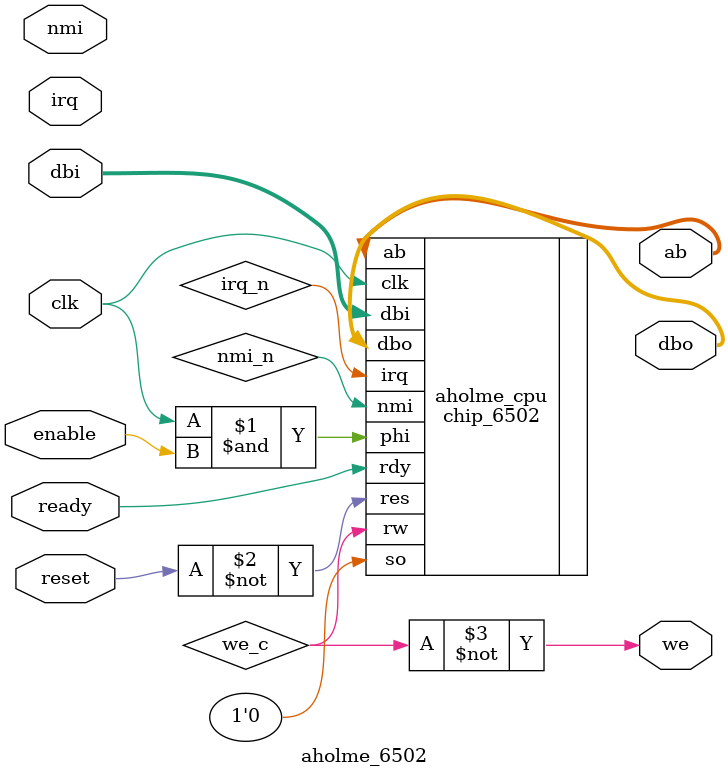
<source format=v>
module aholme_6502(
    input clk,
    input enable,
    input reset,
    output [15:0] ab,
    input [7:0] dbi,
    output [7:0] dbo,
    output we,
    input irq,
    input nmi,
    input ready
);

    wire we_c;

    chip_6502 aholme_cpu (
        .clk(clk),
        .phi(clk & enable),
        .res(~reset),
        .so(1'b0),
        .rdy(ready),
        .nmi(nmi_n),
        .irq(irq_n),
        .rw(we_c),
        .dbi(dbi),
        .dbo(dbo),
        .ab(ab)
    );

    assign we = ~we_c;

endmodule

</source>
